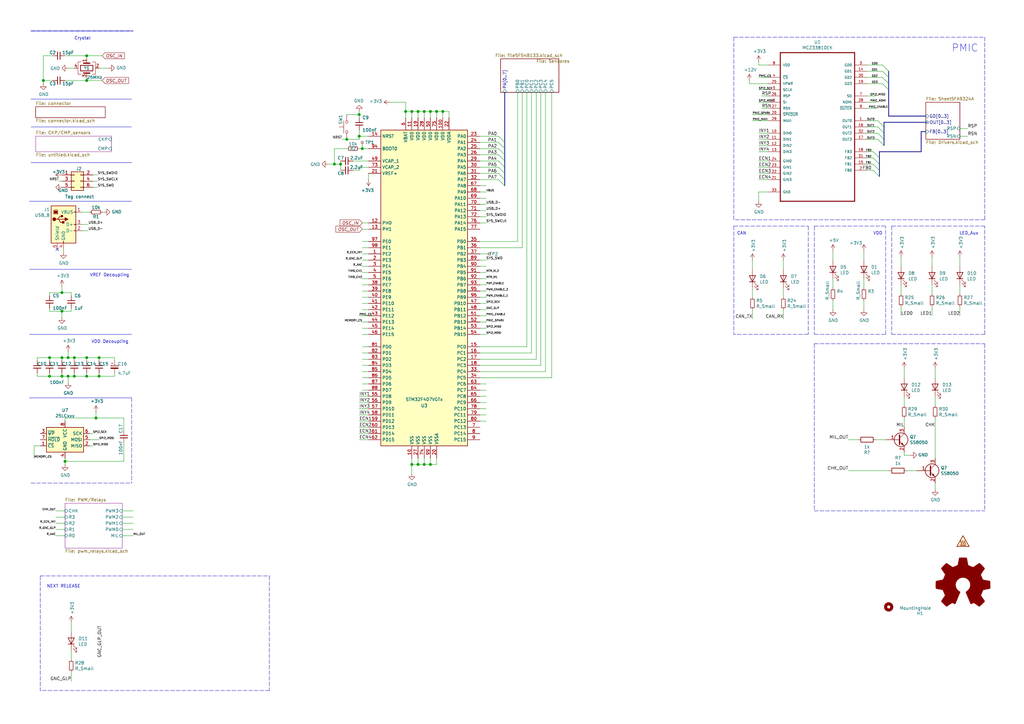
<source format=kicad_sch>
(kicad_sch (version 20201015) (generator eeschema)
  (page 1 6)
  (paper "A3")
  (junction (at 17.78 33.02) (diameter 1.016))
  (junction (at 20.32 146.685) (diameter 1.016))
  (junction (at 20.32 154.305) (diameter 1.016))
  (junction (at 25.4 120.015) (diameter 1.016))
  (junction (at 25.4 127.635) (diameter 1.016))
  (junction (at 25.4 146.685) (diameter 1.016))
  (junction (at 25.4 154.305) (diameter 1.016))
  (junction (at 26.67 189.23) (diameter 1.016))
  (junction (at 27.94 146.685) (diameter 1.016))
  (junction (at 27.94 154.305) (diameter 1.016))
  (junction (at 30.48 146.685) (diameter 1.016))
  (junction (at 30.48 154.305) (diameter 1.016))
  (junction (at 35.56 22.86) (diameter 1.016))
  (junction (at 35.56 33.02) (diameter 1.016))
  (junction (at 35.56 146.685) (diameter 1.016))
  (junction (at 35.56 154.305) (diameter 1.016))
  (junction (at 39.37 171.45) (diameter 1.016))
  (junction (at 40.64 146.685) (diameter 1.016))
  (junction (at 40.64 154.305) (diameter 1.016))
  (junction (at 137.16 67.31) (diameter 1.016))
  (junction (at 139.7 67.31) (diameter 1.016))
  (junction (at 142.24 57.15) (diameter 1.016))
  (junction (at 147.32 46.99) (diameter 1.016))
  (junction (at 147.32 55.88) (diameter 1.016))
  (junction (at 148.59 60.96) (diameter 1.016))
  (junction (at 166.37 45.72) (diameter 1.016))
  (junction (at 168.91 45.72) (diameter 1.016))
  (junction (at 168.91 190.5) (diameter 1.016))
  (junction (at 171.45 45.72) (diameter 1.016))
  (junction (at 171.45 190.5) (diameter 1.016))
  (junction (at 173.99 45.72) (diameter 1.016))
  (junction (at 173.99 190.5) (diameter 1.016))
  (junction (at 176.53 45.72) (diameter 1.016))
  (junction (at 176.53 190.5) (diameter 1.016))
  (junction (at 179.07 45.72) (diameter 1.016))
  (junction (at 181.61 45.72) (diameter 1.016))
  (no_connect (at 23.495 102.235))
  (bus_entry (at 204.47 55.88) (size 2.54 2.54) (stroke (width 0.1524)))
  (bus_entry (at 204.47 58.42) (size 2.54 2.54) (stroke (width 0.1524)))
  (bus_entry (at 204.47 60.96) (size 2.54 2.54) (stroke (width 0.1524)))
  (bus_entry (at 204.47 63.5) (size 2.54 2.54) (stroke (width 0.1524)))
  (bus_entry (at 204.47 66.04) (size 2.54 2.54) (stroke (width 0.1524)))
  (bus_entry (at 204.47 68.58) (size 2.54 2.54) (stroke (width 0.1524)))
  (bus_entry (at 204.47 71.12) (size 2.54 2.54) (stroke (width 0.1524)))
  (bus_entry (at 204.47 73.66) (size 2.54 2.54) (stroke (width 0.1524)))
  (bus_entry (at 358.14 62.23) (size 2.54 2.54) (stroke (width 0.1524)))
  (bus_entry (at 358.14 64.77) (size 2.54 2.54) (stroke (width 0.1524)))
  (bus_entry (at 358.14 67.31) (size 2.54 2.54) (stroke (width 0.1524)))
  (bus_entry (at 358.14 69.85) (size 2.54 2.54) (stroke (width 0.1524)))
  (bus_entry (at 360.045 49.53) (size 2.54 2.54) (stroke (width 0.1524)))
  (bus_entry (at 360.045 52.07) (size 2.54 2.54) (stroke (width 0.1524)))
  (bus_entry (at 360.045 54.61) (size 2.54 2.54) (stroke (width 0.1524)))
  (bus_entry (at 360.045 57.15) (size 2.54 2.54) (stroke (width 0.1524)))
  (bus_entry (at 361.95 26.67) (size 2.54 2.54) (stroke (width 0.1524)))
  (bus_entry (at 361.95 29.21) (size 2.54 2.54) (stroke (width 0.1524)))
  (bus_entry (at 361.95 31.75) (size 2.54 2.54) (stroke (width 0.1524)))
  (bus_entry (at 361.95 34.29) (size 2.54 2.54) (stroke (width 0.1524)))
  (wire (pts (xy 13.97 182.88) (xy 13.97 187.96)))
  (wire (pts (xy 13.97 182.88) (xy 16.51 182.88)))
  (wire (pts (xy 15.24 146.685) (xy 20.32 146.685)))
  (wire (pts (xy 15.24 147.955) (xy 15.24 146.685)))
  (wire (pts (xy 15.24 154.305) (xy 15.24 153.035)))
  (wire (pts (xy 17.78 22.86) (xy 17.78 33.02)))
  (wire (pts (xy 17.78 33.02) (xy 21.59 33.02)))
  (wire (pts (xy 17.78 34.29) (xy 17.78 33.02)))
  (wire (pts (xy 20.32 120.015) (xy 25.4 120.015)))
  (wire (pts (xy 20.32 121.285) (xy 20.32 120.015)))
  (wire (pts (xy 20.32 127.635) (xy 20.32 126.365)))
  (wire (pts (xy 20.32 146.685) (xy 25.4 146.685)))
  (wire (pts (xy 20.32 147.955) (xy 20.32 146.685)))
  (wire (pts (xy 20.32 153.035) (xy 20.32 154.305)))
  (wire (pts (xy 20.32 154.305) (xy 15.24 154.305)))
  (wire (pts (xy 21.59 22.86) (xy 17.78 22.86)))
  (wire (pts (xy 22.86 209.55) (xy 26.67 209.55)))
  (wire (pts (xy 22.86 212.09) (xy 26.67 212.09)))
  (wire (pts (xy 22.86 214.63) (xy 26.67 214.63)))
  (wire (pts (xy 22.86 217.17) (xy 26.67 217.17)))
  (wire (pts (xy 22.86 219.71) (xy 26.67 219.71)))
  (wire (pts (xy 24.13 74.295) (xy 25.4 74.295)))
  (wire (pts (xy 25.4 117.475) (xy 25.4 120.015)))
  (wire (pts (xy 25.4 120.015) (xy 29.21 120.015)))
  (wire (pts (xy 25.4 127.635) (xy 20.32 127.635)))
  (wire (pts (xy 25.4 130.175) (xy 25.4 127.635)))
  (wire (pts (xy 25.4 146.685) (xy 27.94 146.685)))
  (wire (pts (xy 25.4 147.955) (xy 25.4 146.685)))
  (wire (pts (xy 25.4 153.035) (xy 25.4 154.305)))
  (wire (pts (xy 25.4 154.305) (xy 20.32 154.305)))
  (wire (pts (xy 26.035 103.505) (xy 26.035 102.235)))
  (wire (pts (xy 26.67 22.86) (xy 35.56 22.86)))
  (wire (pts (xy 26.67 33.02) (xy 35.56 33.02)))
  (wire (pts (xy 26.67 171.45) (xy 39.37 171.45)))
  (wire (pts (xy 26.67 172.72) (xy 26.67 171.45)))
  (wire (pts (xy 26.67 187.96) (xy 26.67 189.23)))
  (wire (pts (xy 26.67 189.23) (xy 26.67 190.5)))
  (wire (pts (xy 27.94 27.94) (xy 30.48 27.94)))
  (wire (pts (xy 27.94 144.145) (xy 27.94 146.685)))
  (wire (pts (xy 27.94 146.685) (xy 30.48 146.685)))
  (wire (pts (xy 27.94 154.305) (xy 25.4 154.305)))
  (wire (pts (xy 27.94 156.845) (xy 27.94 154.305)))
  (wire (pts (xy 29.21 120.015) (xy 29.21 121.285)))
  (wire (pts (xy 29.21 126.365) (xy 29.21 127.635)))
  (wire (pts (xy 29.21 127.635) (xy 25.4 127.635)))
  (wire (pts (xy 29.21 255.27) (xy 29.21 259.08)))
  (wire (pts (xy 29.21 266.7) (xy 29.21 270.51)))
  (wire (pts (xy 29.21 275.59) (xy 29.21 279.4)))
  (wire (pts (xy 30.48 146.685) (xy 35.56 146.685)))
  (wire (pts (xy 30.48 147.955) (xy 30.48 146.685)))
  (wire (pts (xy 30.48 153.035) (xy 30.48 154.305)))
  (wire (pts (xy 30.48 154.305) (xy 27.94 154.305)))
  (wire (pts (xy 33.655 86.995) (xy 36.83 86.995)))
  (wire (pts (xy 33.655 94.615) (xy 36.195 94.615)))
  (wire (pts (xy 35.56 22.86) (xy 35.56 24.13)))
  (wire (pts (xy 35.56 33.02) (xy 35.56 31.75)))
  (wire (pts (xy 35.56 146.685) (xy 40.64 146.685)))
  (wire (pts (xy 35.56 147.955) (xy 35.56 146.685)))
  (wire (pts (xy 35.56 153.035) (xy 35.56 154.305)))
  (wire (pts (xy 35.56 154.305) (xy 30.48 154.305)))
  (wire (pts (xy 36.195 92.075) (xy 33.655 92.075)))
  (wire (pts (xy 36.83 177.8) (xy 38.1 177.8)))
  (wire (pts (xy 36.83 180.34) (xy 40.64 180.34)))
  (wire (pts (xy 36.83 182.88) (xy 38.1 182.88)))
  (wire (pts (xy 39.37 168.91) (xy 39.37 171.45)))
  (wire (pts (xy 39.37 171.45) (xy 50.8 171.45)))
  (wire (pts (xy 40.005 71.755) (xy 38.1 71.755)))
  (wire (pts (xy 40.005 74.295) (xy 38.1 74.295)))
  (wire (pts (xy 40.005 76.835) (xy 38.1 76.835)))
  (wire (pts (xy 40.64 146.685) (xy 40.64 147.955)))
  (wire (pts (xy 40.64 153.035) (xy 40.64 154.305)))
  (wire (pts (xy 40.64 154.305) (xy 35.56 154.305)))
  (wire (pts (xy 41.91 22.86) (xy 35.56 22.86)))
  (wire (pts (xy 41.91 33.02) (xy 35.56 33.02)))
  (wire (pts (xy 42.545 86.995) (xy 41.91 86.995)))
  (wire (pts (xy 44.45 27.94) (xy 40.64 27.94)))
  (wire (pts (xy 46.99 146.685) (xy 40.64 146.685)))
  (wire (pts (xy 46.99 147.955) (xy 46.99 146.685)))
  (wire (pts (xy 46.99 153.035) (xy 46.99 154.305)))
  (wire (pts (xy 46.99 154.305) (xy 40.64 154.305)))
  (wire (pts (xy 50.165 209.55) (xy 54.61 209.55)))
  (wire (pts (xy 50.165 212.09) (xy 54.61 212.09)))
  (wire (pts (xy 50.165 214.63) (xy 54.61 214.63)))
  (wire (pts (xy 50.165 217.17) (xy 54.61 217.17)))
  (wire (pts (xy 50.165 219.71) (xy 54.61 219.71)))
  (wire (pts (xy 50.8 171.45) (xy 50.8 176.53)))
  (wire (pts (xy 50.8 181.61) (xy 50.8 189.23)))
  (wire (pts (xy 50.8 189.23) (xy 26.67 189.23)))
  (wire (pts (xy 134.62 67.31) (xy 137.16 67.31)))
  (wire (pts (xy 137.16 60.96) (xy 137.16 67.31)))
  (wire (pts (xy 137.16 67.31) (xy 139.7 67.31)))
  (wire (pts (xy 139.7 67.31) (xy 139.7 66.04)))
  (wire (pts (xy 139.7 67.31) (xy 139.7 69.85)))
  (wire (pts (xy 142.24 57.15) (xy 140.335 57.15)))
  (wire (pts (xy 142.24 57.15) (xy 147.32 57.15)))
  (wire (pts (xy 142.24 60.96) (xy 137.16 60.96)))
  (wire (pts (xy 144.78 66.04) (xy 151.13 66.04)))
  (wire (pts (xy 144.78 69.85) (xy 147.32 69.85)))
  (wire (pts (xy 147.32 45.72) (xy 147.32 46.99)))
  (wire (pts (xy 147.32 46.99) (xy 142.24 46.99)))
  (wire (pts (xy 147.32 48.26) (xy 147.32 46.99)))
  (wire (pts (xy 147.32 55.88) (xy 147.32 53.34)))
  (wire (pts (xy 147.32 57.15) (xy 147.32 55.88)))
  (wire (pts (xy 147.32 60.96) (xy 148.59 60.96)))
  (wire (pts (xy 147.32 68.58) (xy 151.13 68.58)))
  (wire (pts (xy 147.32 69.85) (xy 147.32 68.58)))
  (wire (pts (xy 147.32 129.54) (xy 151.13 129.54)))
  (wire (pts (xy 147.32 162.56) (xy 151.13 162.56)))
  (wire (pts (xy 147.32 165.1) (xy 151.13 165.1)))
  (wire (pts (xy 147.32 167.64) (xy 151.13 167.64)))
  (wire (pts (xy 147.32 170.18) (xy 151.13 170.18)))
  (wire (pts (xy 147.32 172.72) (xy 151.13 172.72)))
  (wire (pts (xy 147.32 175.26) (xy 151.13 175.26)))
  (wire (pts (xy 147.32 177.8) (xy 151.13 177.8)))
  (wire (pts (xy 147.32 180.34) (xy 151.13 180.34)))
  (wire (pts (xy 148.59 58.42) (xy 148.59 60.96)))
  (wire (pts (xy 148.59 60.96) (xy 151.13 60.96)))
  (wire (pts (xy 148.59 91.44) (xy 151.13 91.44)))
  (wire (pts (xy 148.59 99.06) (xy 151.13 99.06)))
  (wire (pts (xy 148.59 104.14) (xy 151.13 104.14)))
  (wire (pts (xy 148.59 106.68) (xy 151.13 106.68)))
  (wire (pts (xy 148.59 111.76) (xy 151.13 111.76)))
  (wire (pts (xy 148.59 114.3) (xy 151.13 114.3)))
  (wire (pts (xy 148.59 116.84) (xy 151.13 116.84)))
  (wire (pts (xy 148.59 121.92) (xy 151.13 121.92)))
  (wire (pts (xy 148.59 127) (xy 151.13 127)))
  (wire (pts (xy 148.59 132.08) (xy 151.13 132.08)))
  (wire (pts (xy 148.59 137.16) (xy 151.13 137.16)))
  (wire (pts (xy 148.59 144.78) (xy 151.13 144.78)))
  (wire (pts (xy 148.59 149.86) (xy 151.13 149.86)))
  (wire (pts (xy 148.59 154.94) (xy 151.13 154.94)))
  (wire (pts (xy 148.59 160.02) (xy 151.13 160.02)))
  (wire (pts (xy 151.13 55.88) (xy 147.32 55.88)))
  (wire (pts (xy 151.13 73.66) (xy 151.13 71.12)))
  (wire (pts (xy 151.13 93.98) (xy 148.59 93.98)))
  (wire (pts (xy 151.13 101.6) (xy 148.59 101.6)))
  (wire (pts (xy 151.13 109.22) (xy 148.59 109.22)))
  (wire (pts (xy 151.13 119.38) (xy 148.59 119.38)))
  (wire (pts (xy 151.13 124.46) (xy 148.59 124.46)))
  (wire (pts (xy 151.13 134.62) (xy 148.59 134.62)))
  (wire (pts (xy 151.13 142.24) (xy 148.59 142.24)))
  (wire (pts (xy 151.13 147.32) (xy 148.59 147.32)))
  (wire (pts (xy 151.13 152.4) (xy 148.59 152.4)))
  (wire (pts (xy 151.13 157.48) (xy 148.59 157.48)))
  (wire (pts (xy 160.02 41.91) (xy 166.37 41.91)))
  (wire (pts (xy 166.37 41.91) (xy 166.37 45.72)))
  (wire (pts (xy 166.37 45.72) (xy 166.37 48.26)))
  (wire (pts (xy 166.37 45.72) (xy 168.91 45.72)))
  (wire (pts (xy 168.91 45.72) (xy 168.91 48.26)))
  (wire (pts (xy 168.91 190.5) (xy 168.91 187.96)))
  (wire (pts (xy 168.91 194.31) (xy 168.91 190.5)))
  (wire (pts (xy 171.45 45.72) (xy 168.91 45.72)))
  (wire (pts (xy 171.45 45.72) (xy 171.45 48.26)))
  (wire (pts (xy 171.45 187.96) (xy 171.45 190.5)))
  (wire (pts (xy 171.45 190.5) (xy 168.91 190.5)))
  (wire (pts (xy 173.99 45.72) (xy 171.45 45.72)))
  (wire (pts (xy 173.99 45.72) (xy 173.99 48.26)))
  (wire (pts (xy 173.99 187.96) (xy 173.99 190.5)))
  (wire (pts (xy 173.99 190.5) (xy 171.45 190.5)))
  (wire (pts (xy 176.53 45.72) (xy 173.99 45.72)))
  (wire (pts (xy 176.53 45.72) (xy 176.53 48.26)))
  (wire (pts (xy 176.53 187.96) (xy 176.53 190.5)))
  (wire (pts (xy 176.53 190.5) (xy 173.99 190.5)))
  (wire (pts (xy 176.53 190.5) (xy 179.07 190.5)))
  (wire (pts (xy 179.07 45.72) (xy 176.53 45.72)))
  (wire (pts (xy 179.07 45.72) (xy 179.07 48.26)))
  (wire (pts (xy 179.07 190.5) (xy 179.07 187.96)))
  (wire (pts (xy 181.61 45.72) (xy 179.07 45.72)))
  (wire (pts (xy 181.61 45.72) (xy 184.15 45.72)))
  (wire (pts (xy 181.61 48.26) (xy 181.61 45.72)))
  (wire (pts (xy 184.15 45.72) (xy 184.15 48.26)))
  (wire (pts (xy 196.85 55.88) (xy 204.47 55.88)))
  (wire (pts (xy 196.85 58.42) (xy 204.47 58.42)))
  (wire (pts (xy 196.85 60.96) (xy 204.47 60.96)))
  (wire (pts (xy 196.85 63.5) (xy 204.47 63.5)))
  (wire (pts (xy 196.85 66.04) (xy 204.47 66.04)))
  (wire (pts (xy 196.85 68.58) (xy 204.47 68.58)))
  (wire (pts (xy 196.85 71.12) (xy 204.47 71.12)))
  (wire (pts (xy 196.85 73.66) (xy 204.47 73.66)))
  (wire (pts (xy 196.85 76.2) (xy 199.39 76.2)))
  (wire (pts (xy 196.85 81.28) (xy 199.39 81.28)))
  (wire (pts (xy 196.85 86.36) (xy 199.39 86.36)))
  (wire (pts (xy 196.85 91.44) (xy 199.39 91.44)))
  (wire (pts (xy 196.85 99.06) (xy 212.2932 99.06)))
  (wire (pts (xy 196.85 101.6) (xy 214.1982 101.6)))
  (wire (pts (xy 196.85 106.68) (xy 199.39 106.68)))
  (wire (pts (xy 196.85 109.22) (xy 199.39 109.22)))
  (wire (pts (xy 196.85 116.84) (xy 199.39 116.84)))
  (wire (pts (xy 196.85 121.92) (xy 199.39 121.92)))
  (wire (pts (xy 196.85 127) (xy 199.39 127)))
  (wire (pts (xy 196.85 132.08) (xy 199.39 132.08)))
  (wire (pts (xy 196.85 137.16) (xy 199.39 137.16)))
  (wire (pts (xy 196.85 142.24) (xy 216.1032 142.24)))
  (wire (pts (xy 196.85 144.78) (xy 218.0082 144.78)))
  (wire (pts (xy 196.85 147.32) (xy 219.9132 147.32)))
  (wire (pts (xy 196.85 149.86) (xy 221.8182 149.86)))
  (wire (pts (xy 196.85 152.4) (xy 223.7232 152.4)))
  (wire (pts (xy 196.85 154.94) (xy 226.2632 154.94)))
  (wire (pts (xy 196.85 162.56) (xy 199.39 162.56)))
  (wire (pts (xy 196.85 170.18) (xy 199.39 170.18)))
  (wire (pts (xy 199.39 78.74) (xy 196.85 78.74)))
  (wire (pts (xy 199.39 83.82) (xy 196.85 83.82)))
  (wire (pts (xy 199.39 88.9) (xy 196.85 88.9)))
  (wire (pts (xy 199.39 111.76) (xy 196.85 111.76)))
  (wire (pts (xy 199.39 114.3) (xy 196.85 114.3)))
  (wire (pts (xy 199.39 119.38) (xy 196.85 119.38)))
  (wire (pts (xy 199.39 124.46) (xy 196.85 124.46)))
  (wire (pts (xy 199.39 129.54) (xy 196.85 129.54)))
  (wire (pts (xy 199.39 134.62) (xy 196.85 134.62)))
  (wire (pts (xy 199.39 157.48) (xy 196.85 157.48)))
  (wire (pts (xy 199.39 160.02) (xy 196.85 160.02)))
  (wire (pts (xy 199.39 165.1) (xy 196.85 165.1)))
  (wire (pts (xy 199.39 167.64) (xy 196.85 167.64)))
  (wire (pts (xy 199.39 172.72) (xy 196.85 172.72)))
  (wire (pts (xy 200.66 104.14) (xy 196.85 104.14)))
  (wire (pts (xy 212.2932 37.8968) (xy 212.2932 99.06)))
  (wire (pts (xy 214.1982 37.8968) (xy 214.1982 101.6)))
  (wire (pts (xy 216.1032 142.24) (xy 216.1032 37.8968)))
  (wire (pts (xy 218.0082 144.78) (xy 218.0082 37.8968)))
  (wire (pts (xy 219.9132 147.32) (xy 219.9132 37.8968)))
  (wire (pts (xy 221.8182 149.86) (xy 221.8182 37.8968)))
  (wire (pts (xy 223.7232 152.4) (xy 223.7232 37.8968)))
  (wire (pts (xy 226.2632 154.94) (xy 226.2632 37.8968)))
  (wire (pts (xy 307.34 33.02) (xy 307.34 34.29)))
  (wire (pts (xy 307.34 34.29) (xy 314.96 34.29)))
  (wire (pts (xy 308.61 46.99) (xy 314.96 46.99)))
  (wire (pts (xy 308.61 49.53) (xy 314.96 49.53)))
  (wire (pts (xy 308.61 106.68) (xy 308.61 110.49)))
  (wire (pts (xy 308.61 118.11) (xy 308.61 121.92)))
  (wire (pts (xy 308.61 127) (xy 308.61 130.81)))
  (wire (pts (xy 311.15 25.4) (xy 311.15 26.67)))
  (wire (pts (xy 311.15 26.67) (xy 314.96 26.67)))
  (wire (pts (xy 311.15 31.75) (xy 314.96 31.75)))
  (wire (pts (xy 311.15 36.83) (xy 314.96 36.83)))
  (wire (pts (xy 311.15 41.91) (xy 314.96 41.91)))
  (wire (pts (xy 311.15 54.61) (xy 314.96 54.61)))
  (wire (pts (xy 311.15 57.15) (xy 314.96 57.15)))
  (wire (pts (xy 311.15 59.69) (xy 314.96 59.69)))
  (wire (pts (xy 311.15 62.23) (xy 314.96 62.23)))
  (wire (pts (xy 311.15 66.04) (xy 314.96 66.04)))
  (wire (pts (xy 311.15 68.58) (xy 314.96 68.58)))
  (wire (pts (xy 311.15 71.12) (xy 314.96 71.12)))
  (wire (pts (xy 311.15 73.66) (xy 314.96 73.66)))
  (wire (pts (xy 311.15 78.74) (xy 314.96 78.74)))
  (wire (pts (xy 311.15 82.55) (xy 311.15 78.74)))
  (wire (pts (xy 312.42 39.37) (xy 314.96 39.37)))
  (wire (pts (xy 312.42 44.45) (xy 314.96 44.45)))
  (wire (pts (xy 321.31 106.68) (xy 321.31 110.49)))
  (wire (pts (xy 321.31 118.11) (xy 321.31 121.92)))
  (wire (pts (xy 321.31 127) (xy 321.31 130.81)))
  (wire (pts (xy 341.63 102.87) (xy 341.63 106.68)))
  (wire (pts (xy 341.63 114.3) (xy 341.63 118.11)))
  (wire (pts (xy 341.63 123.19) (xy 341.63 127)))
  (wire (pts (xy 347.98 180.34) (xy 351.79 180.34)))
  (wire (pts (xy 347.98 193.04) (xy 364.49 193.04)))
  (wire (pts (xy 354.33 102.87) (xy 354.33 106.68)))
  (wire (pts (xy 354.33 114.3) (xy 354.33 118.11)))
  (wire (pts (xy 354.33 123.19) (xy 354.33 127)))
  (wire (pts (xy 355.6 26.67) (xy 361.95 26.67)))
  (wire (pts (xy 355.6 29.21) (xy 361.95 29.21)))
  (wire (pts (xy 355.6 31.75) (xy 361.95 31.75)))
  (wire (pts (xy 355.6 34.29) (xy 361.95 34.29)))
  (wire (pts (xy 355.6 39.37) (xy 359.41 39.37)))
  (wire (pts (xy 355.6 41.91) (xy 359.41 41.91)))
  (wire (pts (xy 355.6 44.45) (xy 359.41 44.45)))
  (wire (pts (xy 355.6 49.53) (xy 360.045 49.53)))
  (wire (pts (xy 355.6 52.07) (xy 360.045 52.07)))
  (wire (pts (xy 355.6 54.61) (xy 360.045 54.61)))
  (wire (pts (xy 355.6 57.15) (xy 360.045 57.15)))
  (wire (pts (xy 355.6 62.23) (xy 358.14 62.23)))
  (wire (pts (xy 355.6 64.77) (xy 358.14 64.77)))
  (wire (pts (xy 355.6 67.31) (xy 358.14 67.31)))
  (wire (pts (xy 355.6 69.85) (xy 358.14 69.85)))
  (wire (pts (xy 359.41 180.34) (xy 363.22 180.34)))
  (wire (pts (xy 369.57 105.41) (xy 369.57 109.22)))
  (wire (pts (xy 369.57 116.84) (xy 369.57 120.65)))
  (wire (pts (xy 369.57 125.73) (xy 369.57 129.54)))
  (wire (pts (xy 370.84 151.13) (xy 370.84 154.94)))
  (wire (pts (xy 370.84 162.56) (xy 370.84 166.37)))
  (wire (pts (xy 370.84 171.45) (xy 370.84 175.26)))
  (wire (pts (xy 370.84 185.42) (xy 370.84 186.69)))
  (wire (pts (xy 370.84 186.69) (xy 373.38 186.69)))
  (wire (pts (xy 372.11 193.04) (xy 375.92 193.04)))
  (wire (pts (xy 382.27 105.41) (xy 382.27 109.22)))
  (wire (pts (xy 382.27 116.84) (xy 382.27 120.65)))
  (wire (pts (xy 382.27 125.73) (xy 382.27 129.54)))
  (wire (pts (xy 383.54 151.13) (xy 383.54 154.94)))
  (wire (pts (xy 383.54 162.56) (xy 383.54 166.37)))
  (wire (pts (xy 383.54 171.45) (xy 383.54 187.96)))
  (wire (pts (xy 383.54 198.12) (xy 383.54 200.66)))
  (wire (pts (xy 393.7 52.705) (xy 396.875 52.705)))
  (wire (pts (xy 393.7 55.88) (xy 396.875 55.88)))
  (wire (pts (xy 393.7 105.41) (xy 393.7 109.22)))
  (wire (pts (xy 393.7 116.84) (xy 393.7 120.65)))
  (wire (pts (xy 393.7 125.73) (xy 393.7 129.54)))
  (bus (pts (xy 207.01 37.846) (xy 207.01 58.42)))
  (bus (pts (xy 207.01 58.42) (xy 207.01 60.96)))
  (bus (pts (xy 207.01 60.96) (xy 207.01 63.5)))
  (bus (pts (xy 207.01 63.5) (xy 207.01 66.04)))
  (bus (pts (xy 207.01 66.04) (xy 207.01 68.58)))
  (bus (pts (xy 207.01 68.58) (xy 207.01 71.12)))
  (bus (pts (xy 207.01 71.12) (xy 207.01 73.66)))
  (bus (pts (xy 207.01 73.66) (xy 207.01 76.2)))
  (bus (pts (xy 360.68 62.23) (xy 377.825 62.23)))
  (bus (pts (xy 360.68 64.77) (xy 360.68 62.23)))
  (bus (pts (xy 360.68 64.77) (xy 360.68 67.31)))
  (bus (pts (xy 360.68 67.31) (xy 360.68 69.85)))
  (bus (pts (xy 360.68 69.85) (xy 360.68 72.39)))
  (bus (pts (xy 362.585 50.165) (xy 362.585 52.07)))
  (bus (pts (xy 362.585 52.07) (xy 362.585 54.61)))
  (bus (pts (xy 362.585 54.61) (xy 362.585 57.15)))
  (bus (pts (xy 362.585 57.15) (xy 362.585 59.69)))
  (bus (pts (xy 364.49 29.21) (xy 364.49 31.75)))
  (bus (pts (xy 364.49 31.75) (xy 364.49 34.29)))
  (bus (pts (xy 364.49 34.29) (xy 364.49 36.83)))
  (bus (pts (xy 364.49 47.625) (xy 364.49 36.83)))
  (bus (pts (xy 377.825 53.975) (xy 379.73 53.975)))
  (bus (pts (xy 377.825 62.23) (xy 377.825 53.975)))
  (bus (pts (xy 379.73 47.625) (xy 364.49 47.625)))
  (bus (pts (xy 380.365 50.165) (xy 362.585 50.165)))
  (polyline (pts (xy 12.7 12.7) (xy 54.61 12.7)) (stroke (width 0) (type solid)))
  (polyline (pts (xy 12.7 12.7) (xy 54.61 12.7)) (stroke (width 0) (type dash)))
  (polyline (pts (xy 12.7 198.12) (xy 53.975 198.12)) (stroke (width 0) (type dash)))
  (polyline (pts (xy 16.51 236.22) (xy 16.51 283.21)) (stroke (width 0) (type dash)))
  (polyline (pts (xy 16.51 236.22) (xy 110.49 236.22)) (stroke (width 0) (type dash)))
  (polyline (pts (xy 53.975 40.64) (xy 12.7 40.64)) (stroke (width 0) (type solid)))
  (polyline (pts (xy 53.975 52.07) (xy 12.7 52.07)) (stroke (width 0) (type solid)))
  (polyline (pts (xy 53.975 66.675) (xy 12.7 66.675)) (stroke (width 0) (type solid)))
  (polyline (pts (xy 53.975 82.55) (xy 12.065 82.55)) (stroke (width 0) (type solid)))
  (polyline (pts (xy 53.975 110.49) (xy 12.065 110.49)) (stroke (width 0) (type solid)))
  (polyline (pts (xy 53.975 137.16) (xy 12.065 137.16)) (stroke (width 0) (type solid)))
  (polyline (pts (xy 53.975 163.195) (xy 12.065 163.195)) (stroke (width 0) (type solid)))
  (polyline (pts (xy 53.975 163.195) (xy 53.975 198.12)) (stroke (width 0) (type dash)))
  (polyline (pts (xy 110.49 236.22) (xy 110.49 283.21)) (stroke (width 0) (type dash)))
  (polyline (pts (xy 110.49 283.21) (xy 16.51 283.21)) (stroke (width 0) (type dash)))
  (polyline (pts (xy 300.99 15.24) (xy 300.99 90.17)) (stroke (width 0) (type dash)))
  (polyline (pts (xy 300.99 15.24) (xy 403.86 15.24)) (stroke (width 0) (type dash)))
  (polyline (pts (xy 300.99 92.71) (xy 300.99 137.16)) (stroke (width 0) (type dash)))
  (polyline (pts (xy 300.99 92.71) (xy 331.47 92.71)) (stroke (width 0) (type dash)))
  (polyline (pts (xy 331.47 92.71) (xy 331.47 137.16)) (stroke (width 0) (type dash)))
  (polyline (pts (xy 331.47 137.16) (xy 300.99 137.16)) (stroke (width 0) (type dash)))
  (polyline (pts (xy 334.01 92.71) (xy 334.01 137.16)) (stroke (width 0) (type dash)))
  (polyline (pts (xy 334.01 92.71) (xy 363.22 92.71)) (stroke (width 0) (type dash)))
  (polyline (pts (xy 334.01 137.16) (xy 363.22 137.16)) (stroke (width 0) (type dash)))
  (polyline (pts (xy 334.01 140.97) (xy 334.01 209.55)) (stroke (width 0) (type dash)))
  (polyline (pts (xy 334.01 140.97) (xy 403.86 140.97)) (stroke (width 0) (type dash)))
  (polyline (pts (xy 334.01 209.55) (xy 403.86 209.55)) (stroke (width 0) (type dash)))
  (polyline (pts (xy 363.22 137.16) (xy 363.22 92.71)) (stroke (width 0) (type dash)))
  (polyline (pts (xy 365.76 92.71) (xy 365.76 137.16)) (stroke (width 0) (type dash)))
  (polyline (pts (xy 365.76 92.71) (xy 403.86 92.71)) (stroke (width 0) (type dash)))
  (polyline (pts (xy 365.76 137.16) (xy 403.86 137.16)) (stroke (width 0) (type dash)))
  (polyline (pts (xy 403.86 15.24) (xy 403.86 90.17)) (stroke (width 0) (type dash)))
  (polyline (pts (xy 403.86 90.17) (xy 300.99 90.17)) (stroke (width 0) (type dash)))
  (polyline (pts (xy 403.86 137.16) (xy 403.86 92.71)) (stroke (width 0) (type dash)))
  (polyline (pts (xy 403.86 140.97) (xy 403.86 209.55)) (stroke (width 0) (type dash)))
  (text "Crystal" (at 30.48 16.51 0) (effects (font (size 1.27 1.27)) (justify left bottom)))
  (text "NEXT RELEASE\n" (at 33.02 241.3 180) (effects (font (size 1.27 1.27)) (justify right bottom)))
  (text "VREF Decoupling" (at 36.83 113.665 0) (effects (font (size 1.27 1.27)) (justify left bottom)))
  (text "VDD Decoupling" (at 37.465 140.97 0) (effects (font (size 1.27 1.27)) (justify left bottom)))
  (text "CAN" (at 302.26 96.52 0) (effects (font (size 1.27 1.27)) (justify left bottom)))
  (text "VDD" (at 361.95 96.52 180) (effects (font (size 1.27 1.27)) (justify right bottom)))
  (text "PMIC\n" (at 401.32 21.59 180) (effects (font (size 3 3)) (justify right bottom)))
  (text "LED_Aux" (at 401.32 96.52 180) (effects (font (size 1.27 1.27)) (justify right bottom)))
  (label "MEMORY_CS" (at 13.97 187.96 0) (effects (font (size 0.8 0.8))))
  (label "CHK_OUT" (at 22.86 209.55 180) (effects (font (size 0.8 0.8))))
  (label "R_ECN_INY" (at 22.86 214.63 180) (effects (font (size 0.8 0.8))))
  (label "R_GNC_GLP" (at 22.86 217.17 180) (effects (font (size 0.8 0.8))))
  (label "R_AAC" (at 22.86 219.71 180) (effects (font (size 0.8 0.8))))
  (label "NRST" (at 24.13 74.295 180) (effects (font (size 0.9906 0.9906))))
  (label "GNC_GLP" (at 29.21 279.4 180))
  (label "USB_D+" (at 36.195 92.075 0) (effects (font (size 0.9906 0.9906))))
  (label "USB_D-" (at 36.195 94.615 0) (effects (font (size 0.9906 0.9906))))
  (label "SPI2_SCK" (at 38.1 177.8 0) (effects (font (size 0.7874 0.7874))))
  (label "SPI2_MISO" (at 38.1 182.88 0) (effects (font (size 0.7874 0.7874))))
  (label "SYS_SWDIO" (at 40.005 71.755 0) (effects (font (size 0.9906 0.9906))))
  (label "SYS_SWCLK" (at 40.005 74.295 0) (effects (font (size 0.9906 0.9906))))
  (label "SYS_SWO" (at 40.005 76.835 0) (effects (font (size 0.9906 0.9906))))
  (label "SPI2_MOSI" (at 40.64 180.34 0) (effects (font (size 0.7874 0.7874))))
  (label "GNC_GLP_OUT" (at 41.91 256.54 270))
  (label "MIL_OUT" (at 54.61 219.71 0) (effects (font (size 0.8 0.8))))
  (label "NRST" (at 140.335 57.15 180) (effects (font (size 0.9906 0.9906))))
  (label "PMIC_CS" (at 147.32 129.54 0) (effects (font (size 0.7874 0.7874))))
  (label "INY1" (at 147.32 162.56 0))
  (label "INY2" (at 147.32 165.1 0))
  (label "INY3" (at 147.32 167.64 0))
  (label "INY4" (at 147.32 170.18 0))
  (label "ECN1" (at 147.32 172.72 0))
  (label "ECN2" (at 147.32 175.26 0))
  (label "ECN3" (at 147.32 177.8 0))
  (label "ECN4" (at 147.32 180.34 0))
  (label "R_ECN_INY" (at 148.59 104.14 180) (effects (font (size 0.8 0.8))))
  (label "R_GNC_GLP" (at 148.59 106.68 180) (effects (font (size 0.8 0.8))))
  (label "R_AAC" (at 148.59 109.22 180) (effects (font (size 0.8 0.8))))
  (label "TIM9_CH1" (at 148.59 111.76 180) (effects (font (size 0.8 0.8))))
  (label "TIM9_CH2" (at 148.59 114.3 180) (effects (font (size 0.8 0.8))))
  (label "MEMORY_CS" (at 148.59 132.08 180) (effects (font (size 0.8 0.8))))
  (label "VBUS" (at 199.39 78.74 0) (effects (font (size 0.8 0.8))))
  (label "USB_D-" (at 199.39 83.82 0) (effects (font (size 0.9906 0.9906))))
  (label "USB_D+" (at 199.39 86.36 0) (effects (font (size 0.9906 0.9906))))
  (label "SYS_SWDIO" (at 199.39 88.9 0) (effects (font (size 0.9906 0.9906))))
  (label "SYS_SWCLK" (at 199.39 91.44 0) (effects (font (size 0.9906 0.9906))))
  (label "SYS_SWO" (at 199.39 106.68 0) (effects (font (size 0.9906 0.9906))))
  (label "MTR_M_2" (at 199.39 111.76 0) (effects (font (size 0.7874 0.7874))))
  (label "MTR_M1" (at 199.39 114.3 0) (effects (font (size 0.7874 0.7874))))
  (label "PAP_ENABLE" (at 199.39 116.84 0) (effects (font (size 0.7874 0.7874))))
  (label "PWM_ENABLE_2" (at 199.39 119.38 0) (effects (font (size 0.7874 0.7874))))
  (label "PWM_ENABLE_1" (at 199.39 121.92 0) (effects (font (size 0.7874 0.7874))))
  (label "SPI2_SCK" (at 199.39 124.46 0) (effects (font (size 0.7874 0.7874))))
  (label "GNC_GLP" (at 199.39 127 0) (effects (font (size 0.7874 0.7874))))
  (label "PMIC_ENABLE" (at 199.39 129.54 0) (effects (font (size 0.7874 0.7874))))
  (label "PMIC_SPARK" (at 199.39 132.08 0) (effects (font (size 0.7874 0.7874))))
  (label "SPI2_MISO" (at 199.39 134.62 0) (effects (font (size 0.7874 0.7874))))
  (label "SPI2_MOSI" (at 199.39 137.16 0) (effects (font (size 0.7874 0.7874))))
  (label "PA0" (at 203.835 55.88 180))
  (label "PA1" (at 203.835 58.42 180))
  (label "PA2" (at 203.835 60.96 180))
  (label "PA3" (at 203.835 63.5 180))
  (label "PA4" (at 203.835 66.04 180))
  (label "PA5" (at 203.835 68.58 180))
  (label "PA6" (at 203.835 71.12 180))
  (label "PA7" (at 203.835 73.66 180))
  (label "PMIC_SPARK" (at 308.61 46.99 0) (effects (font (size 0.7874 0.7874))))
  (label "PMIC_MAXI" (at 308.61 49.53 0) (effects (font (size 0.7874 0.7874))))
  (label "CAN_TX" (at 308.61 130.81 180))
  (label "PMIC_CS" (at 311.15 31.75 0) (effects (font (size 0.7874 0.7874))))
  (label "SPI2_SCK" (at 311.15 36.83 0) (effects (font (size 0.7874 0.7874))))
  (label "SPI2_MOSI" (at 311.15 41.91 0) (effects (font (size 0.7874 0.7874))))
  (label "INY1" (at 311.15 54.61 0))
  (label "INY2" (at 311.15 57.15 0))
  (label "INY3" (at 311.15 59.69 0))
  (label "INY4" (at 311.15 62.23 0))
  (label "ECN1" (at 311.15 66.04 0))
  (label "ECN2" (at 311.15 68.58 0))
  (label "ECN3" (at 311.15 71.12 0))
  (label "ECN4" (at 311.15 73.66 0))
  (label "RSP" (at 312.42 39.37 0))
  (label "RSN" (at 312.42 44.45 0))
  (label "CAN_RX" (at 321.31 130.81 180))
  (label "MIL_OUT" (at 347.98 180.34 180))
  (label "CHK_OUT" (at 347.98 193.04 180))
  (label "PMIC_ENABLE" (at 356.235 44.45 0) (effects (font (size 0.7874 0.7874))))
  (label "SPI2_MISO" (at 356.87 39.37 0) (effects (font (size 0.7874 0.7874))))
  (label "PMIC_NOMI" (at 356.87 41.91 0) (effects (font (size 0.7874 0.7874))))
  (label "FB3" (at 357.505 62.23 180) (effects (font (size 0.8 0.8))))
  (label "FB2" (at 357.505 64.77 180) (effects (font (size 0.8 0.8))))
  (label "FB1" (at 357.505 67.31 180) (effects (font (size 0.8 0.8))))
  (label "FB0" (at 357.505 69.85 180))
  (label "OUT0" (at 358.775 49.53 180) (effects (font (size 0.8 0.8))))
  (label "OUT1" (at 358.775 52.07 180) (effects (font (size 0.8 0.8))))
  (label "OUT2" (at 358.775 54.61 180) (effects (font (size 0.8 0.8))))
  (label "OUT3" (at 358.775 57.15 180) (effects (font (size 0.8 0.8))))
  (label "GD0" (at 360.045 26.67 180) (effects (font (size 0.8 0.8))))
  (label "GD1" (at 360.045 29.21 180) (effects (font (size 0.8 0.8))))
  (label "GD2" (at 360.045 31.75 180) (effects (font (size 0.8 0.8))))
  (label "GD3" (at 360.045 34.29 180) (effects (font (size 0.8 0.8))))
  (label "LED0" (at 369.57 129.54 0))
  (label "MIL" (at 370.84 175.26 180))
  (label "LED1" (at 382.27 129.54 180))
  (label "CHK" (at 383.54 175.26 180))
  (label "LED2" (at 393.7 129.54 180))
  (label "RSP" (at 396.875 52.705 0))
  (label "RSN" (at 396.875 55.88 0))
  (global_label "OSC_IN" (shape input) (at 41.91 22.86 0) (effects (font italic)))
  (global_label "OSC_OUT" (shape input) (at 41.91 33.02 0) (effects (font italic)))
  (global_label "OSC_IN" (shape input) (at 148.59 91.44 180) (effects (font italic)))
  (global_label "OSC_OUT" (shape input) (at 148.59 93.98 180) (effects (font italic)))
  (symbol (lib_id "Connector:TestPoint_Small") (at 148.59 58.42 0) (unit 1)
    (property "Reference" "TP1" (at 149.8092 58.42 0) (effects (justify left)))
    (property "Value" "BOOT0" (effects hide))
    (property "Footprint" "TestPoint:TestPoint_Pad_D2.0mm" (effects hide))
  )
  (symbol (lib_id "Connector:TestPoint_Small") (at 200.66 104.14 0) (unit 1)
    (property "Reference" "TP2" (at 200.66 104.14 0) (effects (justify left)))
    (property "Value" "BOOT1" (effects hide))
    (property "Footprint" "TestPoint:TestPoint_Pad_D2.0mm" (effects hide))
  )
  (symbol (lib_id "power:+3V3") (at 25.4 71.755 90) (unit 1)
    (property "Reference" "#PWR0119" (effects hide))
    (property "Value" "+3V3" (at 26.67 70.485 90) (effects (justify left)))
  )
  (symbol (lib_id "power:+3V3") (at 25.4 117.475 0) (unit 1)
    (property "Reference" "#PWR0109" (effects hide))
    (property "Value" "+3V3" (at 25.781 113.0808 0))
  )
  (symbol (lib_id "power:+3V3") (at 27.94 144.145 0) (unit 1)
    (property "Reference" "#PWR0108" (effects hide))
    (property "Value" "+3V3" (at 28.321 139.7508 0))
  )
  (symbol (lib_id "power:+3V3") (at 29.21 255.27 0) (unit 1)
    (property "Reference" "#PWR034" (effects hide))
    (property "Value" "+3V3" (at 29.591 252.0188 90) (effects (justify left)))
  )
  (symbol (lib_id "power:+3V3") (at 39.37 168.91 0) (unit 1)
    (property "Reference" "#PWR036" (effects hide))
    (property "Value" "+3V3" (at 39.751 164.5158 0))
  )
  (symbol (lib_id "power:+3V3") (at 151.13 73.66 180) (unit 1)
    (property "Reference" "#PWR0113" (effects hide))
    (property "Value" "+3V3" (at 150.749 78.0542 0))
  )
  (symbol (lib_id "power:+3V3") (at 160.02 41.91 90) (unit 1)
    (property "Reference" "#PWR0115" (effects hide))
    (property "Value" "+3V3" (at 156.7688 41.529 90) (effects (justify left)))
  )
  (symbol (lib_id "power:+12V") (at 307.34 33.02 0) (unit 1)
    (property "Reference" "#PWR0102" (effects hide))
    (property "Value" "+12V" (at 307.721 28.6258 0))
  )
  (symbol (lib_id "power:+3V3") (at 308.61 106.68 0) (unit 1)
    (property "Reference" "#PWR0140" (effects hide))
    (property "Value" "+3V3" (at 308.991 103.4288 90) (effects (justify left)))
  )
  (symbol (lib_id "power:+3.3V") (at 311.15 25.4 0) (unit 1)
    (property "Reference" "#PWR0123" (effects hide))
    (property "Value" "+3.3V" (at 311.531 21.0058 0))
  )
  (symbol (lib_id "power:+3V3") (at 321.31 106.68 0) (unit 1)
    (property "Reference" "#PWR0141" (effects hide))
    (property "Value" "+3V3" (at 321.691 103.4288 90) (effects (justify left)))
  )
  (symbol (lib_id "power:+5V") (at 341.63 102.87 0) (unit 1)
    (property "Reference" "#PWR020" (effects hide))
    (property "Value" "+5V" (at 341.9983 98.5456 0))
  )
  (symbol (lib_id "power:+3V3") (at 354.33 102.87 0) (unit 1)
    (property "Reference" "#PWR09" (effects hide))
    (property "Value" "+3V3" (at 348.361 99.6188 0) (effects (justify left)))
  )
  (symbol (lib_id "power:+3V3") (at 369.57 105.41 0) (unit 1)
    (property "Reference" "#PWR030" (effects hide))
    (property "Value" "+3V3" (at 369.951 102.1588 90) (effects (justify left)))
  )
  (symbol (lib_id "power:+3V3") (at 370.84 151.13 0) (unit 1)
    (property "Reference" "#PWR0142" (effects hide))
    (property "Value" "+3V3" (at 371.221 147.8788 90) (effects (justify left)))
  )
  (symbol (lib_id "power:+3V3") (at 382.27 105.41 0) (unit 1)
    (property "Reference" "#PWR031" (effects hide))
    (property "Value" "+3V3" (at 382.651 102.1588 90) (effects (justify left)))
  )
  (symbol (lib_id "power:+3V3") (at 383.54 151.13 0) (unit 1)
    (property "Reference" "#PWR0145" (effects hide))
    (property "Value" "+3V3" (at 383.921 147.8788 90) (effects (justify left)))
  )
  (symbol (lib_id "power:+3V3") (at 393.7 105.41 0) (unit 1)
    (property "Reference" "#PWR033" (effects hide))
    (property "Value" "+3V3" (at 394.081 102.1588 90) (effects (justify left)))
  )
  (symbol (lib_id "power:GND") (at 17.78 34.29 0) (unit 1)
    (property "Reference" "#PWR0107" (effects hide))
    (property "Value" "GND" (at 17.907 38.6842 0))
  )
  (symbol (lib_id "power:GND") (at 25.4 76.835 270) (unit 1)
    (property "Reference" "#PWR0120" (effects hide))
    (property "Value" "GND" (at 27.94 78.105 90) (effects (justify right)))
  )
  (symbol (lib_id "power:GND") (at 25.4 130.175 0) (unit 1)
    (property "Reference" "#PWR0110" (effects hide))
    (property "Value" "GND" (at 25.527 134.5692 0))
  )
  (symbol (lib_id "power:GND") (at 26.035 103.505 0) (unit 1)
    (property "Reference" "#PWR0118" (effects hide))
    (property "Value" "GND" (at 26.162 107.8992 0))
  )
  (symbol (lib_id "power:GND") (at 26.67 190.5 0) (unit 1)
    (property "Reference" "#PWR035" (effects hide))
    (property "Value" "GND" (at 26.797 194.8942 0))
  )
  (symbol (lib_id "power:GND") (at 27.94 27.94 270) (unit 1)
    (property "Reference" "#PWR0106" (effects hide))
    (property "Value" "GND" (at 24.6888 28.067 90) (effects (justify right)))
  )
  (symbol (lib_id "power:GND") (at 27.94 156.845 0) (unit 1)
    (property "Reference" "#PWR0111" (effects hide))
    (property "Value" "GND" (at 28.067 161.2392 0))
  )
  (symbol (lib_id "power:GND") (at 42.545 86.995 90) (unit 1)
    (property "Reference" "#PWR0117" (effects hide))
    (property "Value" "GND" (at 45.7962 86.868 90) (effects (justify right)))
  )
  (symbol (lib_id "power:GND") (at 44.45 27.94 90) (unit 1)
    (property "Reference" "#PWR0105" (effects hide))
    (property "Value" "GND" (at 47.7012 27.813 90) (effects (justify right)))
  )
  (symbol (lib_id "power:GND") (at 134.62 67.31 270) (unit 1)
    (property "Reference" "#PWR0116" (effects hide))
    (property "Value" "GND" (at 131.3688 67.437 90) (effects (justify right)))
  )
  (symbol (lib_id "power:GND") (at 147.32 45.72 180) (unit 1)
    (property "Reference" "#PWR0112" (effects hide))
    (property "Value" "GND" (at 147.193 41.3258 0))
  )
  (symbol (lib_id "power:GND") (at 168.91 194.31 0) (unit 1)
    (property "Reference" "#PWR0114" (effects hide))
    (property "Value" "GND" (at 169.037 198.7042 0))
  )
  (symbol (lib_id "power:GND") (at 311.15 82.55 0) (unit 1)
    (property "Reference" "#PWR0101" (effects hide))
    (property "Value" "GND" (at 311.277 86.9442 0))
  )
  (symbol (lib_id "power:GND") (at 341.63 127 0) (unit 1)
    (property "Reference" "#PWR029" (effects hide))
    (property "Value" "GND" (at 341.757 131.3942 0))
  )
  (symbol (lib_id "power:GND") (at 354.33 127 0) (unit 1)
    (property "Reference" "#PWR019" (effects hide))
    (property "Value" "GND" (at 354.457 131.3942 0))
  )
  (symbol (lib_id "power:GND") (at 373.38 186.69 90) (unit 1)
    (property "Reference" "#PWR?" (effects hide))
    (property "Value" "GND" (at 376.5551 186.5757 90) (effects (justify right)))
  )
  (symbol (lib_id "power:GND") (at 383.54 200.66 0) (unit 1)
    (property "Reference" "#PWR?" (effects hide))
    (property "Value" "GND" (at 383.6543 204.9844 0))
  )
  (symbol (lib_id "Device:R_Small") (at 29.21 273.05 0) (unit 1)
    (property "Reference" "R28" (at 30.7087 271.9006 0) (effects (justify left)))
    (property "Value" "R_Small" (at 30.7087 274.1993 0) (effects (justify left)))
    (property "Footprint" "Resistor_SMD:R_0603_1608Metric" (effects hide))
  )
  (symbol (lib_id "Device:R_Small") (at 39.37 86.995 270) (unit 1)
    (property "Reference" "R1" (at 39.37 88.9 90))
    (property "Value" "10k" (at 39.37 85.09 90))
    (property "Footprint" "Resistor_SMD:R_0603_1608Metric" (effects hide))
    (property "LCSC" "C25804" (effects hide))
  )
  (symbol (lib_id "Device:R_Small") (at 144.78 60.96 270) (unit 1)
    (property "Reference" "R2" (at 144.78 60.96 90))
    (property "Value" "10k" (at 144.78 59.055 90))
    (property "Footprint" "Resistor_SMD:R_0603_1608Metric" (effects hide))
  )
  (symbol (lib_id "Device:R_Small") (at 308.61 124.46 0) (unit 1)
    (property "Reference" "R5" (at 310.1087 123.3106 0) (effects (justify left)))
    (property "Value" "R_Small" (at 310.1087 125.6093 0) (effects (justify left)))
    (property "Footprint" "Resistor_SMD:R_0603_1608Metric" (effects hide))
  )
  (symbol (lib_id "Device:R_Small") (at 321.31 124.46 0) (unit 1)
    (property "Reference" "R24" (at 322.8087 123.3106 0) (effects (justify left)))
    (property "Value" "R_Small" (at 322.8087 125.6093 0) (effects (justify left)))
    (property "Footprint" "Resistor_SMD:R_0603_1608Metric" (effects hide))
  )
  (symbol (lib_id "Device:R_Small") (at 341.63 120.65 0) (unit 1)
    (property "Reference" "R4" (at 343.1287 119.5006 0) (effects (justify left)))
    (property "Value" "R_Small" (at 339.3187 123.0693 90) (effects (justify left)))
    (property "Footprint" "Resistor_SMD:R_0603_1608Metric" (effects hide))
  )
  (symbol (lib_id "Device:R_Small") (at 354.33 120.65 0) (unit 1)
    (property "Reference" "R3" (at 355.8287 119.5006 0) (effects (justify left)))
    (property "Value" "R_Small" (at 352.0187 123.0693 90) (effects (justify left)))
    (property "Footprint" "Resistor_SMD:R_0603_1608Metric" (effects hide))
  )
  (symbol (lib_id "Device:R_Small") (at 369.57 123.19 0) (unit 1)
    (property "Reference" "R25" (at 371.0687 122.0406 0) (effects (justify left)))
    (property "Value" "R_Small" (at 371.0687 124.3393 0) (effects (justify left)))
    (property "Footprint" "Resistor_SMD:R_0603_1608Metric" (effects hide))
  )
  (symbol (lib_id "Device:R_Small") (at 370.84 168.91 0) (unit 1)
    (property "Reference" "R29" (at 372.3387 167.7606 0) (effects (justify left)))
    (property "Value" "R_Small" (at 372.3387 170.0593 0) (effects (justify left)))
    (property "Footprint" "Resistor_SMD:R_0603_1608Metric" (effects hide))
  )
  (symbol (lib_id "Device:R_Small") (at 382.27 123.19 0) (unit 1)
    (property "Reference" "R26" (at 383.7687 122.0406 0) (effects (justify left)))
    (property "Value" "R_Small" (at 383.7687 124.3393 0) (effects (justify left)))
    (property "Footprint" "Resistor_SMD:R_0603_1608Metric" (effects hide))
  )
  (symbol (lib_id "Device:R_Small") (at 383.54 168.91 0) (unit 1)
    (property "Reference" "R30" (at 385.0387 167.7606 0) (effects (justify left)))
    (property "Value" "R_Small" (at 385.0387 170.0593 0) (effects (justify left)))
    (property "Footprint" "Resistor_SMD:R_0603_1608Metric" (effects hide))
  )
  (symbol (lib_id "Device:R_Small") (at 393.7 123.19 0) (unit 1)
    (property "Reference" "R27" (at 395.1987 122.0406 0) (effects (justify left)))
    (property "Value" "R_Small" (at 395.1987 124.3393 0) (effects (justify left)))
    (property "Footprint" "Resistor_SMD:R_0603_1608Metric" (effects hide))
  )
  (symbol (lib_id "Mechanical:MountingHole") (at 364.49 248.92 0) (unit 1)
    (property "Reference" "H1" (at 375.92 251.5616 0) (effects (justify left)))
    (property "Value" "MountingHole" (at 368.935 249.428 0) (effects (justify left)))
    (property "Footprint" "MountingHole:MountingHole_5.3mm_M5" (effects hide))
  )
  (symbol (lib_id "Device:CP_Small") (at 46.99 150.495 0) (unit 1)
    (property "Reference" "C16" (at 48.26 149.225 0) (effects (justify left)))
    (property "Value" "4.7uF" (at 48.26 153.035 0) (effects (justify left)))
    (property "Footprint" "Capacitor_SMD:C_0805_2012Metric" (effects hide))
    (property "LCSC" "0805" (effects hide))
  )
  (symbol (lib_id "Device:R") (at 355.6 180.34 90) (mirror x) (unit 1)
    (property "Reference" "R?" (at 355.6 185.5978 90))
    (property "Value" "1k" (at 355.6 183.2864 90))
    (property "Footprint" "Resistor_SMD:R_0603_1608Metric" (effects hide))
    (property "LCSC" "C21190" (effects hide))
  )
  (symbol (lib_id "Device:R") (at 368.3 193.04 90) (unit 1)
    (property "Reference" "R?" (at 368.3 187.7822 90))
    (property "Value" "1k" (at 368.3 190.0936 90))
    (property "Footprint" "Resistor_SMD:R_0603_1608Metric" (effects hide))
    (property "LCSC" "C21190" (effects hide))
  )
  (symbol (lib_id "Device:C_Small") (at 15.24 150.495 0) (unit 1)
    (property "Reference" "C10" (at 15.24 149.225 0) (effects (justify left)))
    (property "Value" "100nF" (at 20.32 156.845 0) (effects (justify left)))
    (property "Footprint" "Capacitor_SMD:C_0805_2012Metric" (effects hide))
    (property "LCSC" "C49678" (effects hide))
  )
  (symbol (lib_id "Device:C_Small") (at 20.32 123.825 0) (unit 1)
    (property "Reference" "C5" (at 21.59 121.285 0) (effects (justify left)))
    (property "Value" "100nF" (at 21.59 126.365 0) (effects (justify left)))
    (property "Footprint" "Capacitor_SMD:C_0805_2012Metric" (effects hide))
    (property "LCSC" "C49678" (effects hide))
  )
  (symbol (lib_id "Device:C_Small") (at 20.32 150.495 0) (unit 1)
    (property "Reference" "C11" (at 20.32 149.225 0) (effects (justify left)))
    (property "Value" "100nF" (effects hide))
    (property "Footprint" "Capacitor_SMD:C_0805_2012Metric" (effects hide))
    (property "LCSC" "C49678" (effects hide))
  )
  (symbol (lib_id "Device:C_Small") (at 24.13 22.86 270) (unit 1)
    (property "Reference" "C2" (at 21.59 21.59 90))
    (property "Value" "15pF" (at 27.94 21.59 90))
    (property "Footprint" "Capacitor_SMD:C_0805_2012Metric" (effects hide))
    (property "LCSC" "C1794" (effects hide))
  )
  (symbol (lib_id "Device:C_Small") (at 24.13 33.02 270) (unit 1)
    (property "Reference" "C3" (at 21.59 34.29 90))
    (property "Value" "15pF" (at 27.94 34.29 90))
    (property "Footprint" "Capacitor_SMD:C_0805_2012Metric" (effects hide))
    (property "LCSC" "C1794" (effects hide))
  )
  (symbol (lib_id "Device:C_Small") (at 25.4 150.495 0) (unit 1)
    (property "Reference" "C12" (at 25.4 149.225 0) (effects (justify left)))
    (property "Value" "100nF" (effects hide))
    (property "Footprint" "Capacitor_SMD:C_0805_2012Metric" (effects hide))
    (property "LCSC" "C49678" (effects hide))
  )
  (symbol (lib_id "Device:C_Small") (at 29.21 123.825 0) (unit 1)
    (property "Reference" "C6" (at 30.48 121.285 0) (effects (justify left)))
    (property "Value" "1uF" (at 30.48 126.365 0) (effects (justify left)))
    (property "Footprint" "Capacitor_SMD:C_0805_2012Metric" (effects hide))
    (property "LCSC" "C28323" (effects hide))
  )
  (symbol (lib_id "Device:C_Small") (at 30.48 150.495 0) (unit 1)
    (property "Reference" "C13" (at 30.48 149.225 0) (effects (justify left)))
    (property "Value" "100nF" (effects hide))
    (property "Footprint" "Capacitor_SMD:C_0805_2012Metric" (effects hide))
    (property "LCSC" "C49678" (effects hide))
  )
  (symbol (lib_id "Device:C_Small") (at 35.56 150.495 0) (unit 1)
    (property "Reference" "C14" (at 35.56 149.225 0) (effects (justify left)))
    (property "Value" "100nF" (effects hide))
    (property "Footprint" "Capacitor_SMD:C_0805_2012Metric" (effects hide))
    (property "LCSC" "C49678" (effects hide))
  )
  (symbol (lib_id "Device:C_Small") (at 40.64 150.495 0) (unit 1)
    (property "Reference" "C15" (at 40.64 149.225 0) (effects (justify left)))
    (property "Value" "100nF" (effects hide))
    (property "Footprint" "Capacitor_SMD:C_0805_2012Metric" (effects hide))
    (property "LCSC" "C49678" (effects hide))
  )
  (symbol (lib_id "Device:C_Small") (at 50.8 179.07 0) (unit 1)
    (property "Reference" "C17" (at 49.53 177.8 90) (effects (justify left)))
    (property "Value" "100nF" (at 49.53 186.69 90) (effects (justify left)))
    (property "Footprint" "Capacitor_SMD:C_0805_2012Metric" (effects hide))
    (property "LCSC" "C49678" (effects hide))
  )
  (symbol (lib_id "Device:C_Small") (at 142.24 66.04 270) (unit 1)
    (property "Reference" "C7" (at 138.43 64.77 90) (effects (justify left)))
    (property "Value" "2.2uF" (at 143.51 64.77 90) (effects (justify left)))
    (property "Footprint" "Capacitor_SMD:C_0805_2012Metric" (effects hide))
    (property "Note" "Low ESR <2Ohm" (effects hide))
    (property "LCSC" "C49217" (effects hide))
  )
  (symbol (lib_id "Device:C_Small") (at 142.24 69.85 270) (unit 1)
    (property "Reference" "C8" (at 138.43 71.12 90) (effects (justify left)))
    (property "Value" "2.2uF" (at 143.51 68.58 90) (effects (justify left)))
    (property "Footprint" "Capacitor_SMD:C_0805_2012Metric" (effects hide))
    (property "Note" "Low ESR <2Ohm" (effects hide))
    (property "LCSC" "C49217" (effects hide))
  )
  (symbol (lib_id "Device:C_Small") (at 147.32 50.8 0) (unit 1)
    (property "Reference" "C9" (at 148.59 48.26 0) (effects (justify left)))
    (property "Value" "100nF" (at 148.59 53.34 0) (effects (justify left)))
    (property "Footprint" "Capacitor_SMD:C_0805_2012Metric" (effects hide))
    (property "LCSC" "C49678" (effects hide))
  )
  (symbol (lib_id "Graphic:SYM_Hot_Small") (at 394.97 222.25 0) (unit 1)
    (property "Reference" "SYM1" (effects hide))
    (property "Value" "SYM_Hot_Small" (effects hide))
    (property "Footprint" "Symbol:KiCad-Logo2_6mm_SilkScreen" (effects hide))
  )
  (symbol (lib_id "Device:LED") (at 29.21 262.89 90) (unit 1)
    (property "Reference" "D11" (at 32.1311 261.9311 90) (effects (justify right)))
    (property "Value" "LED" (at 32.1311 264.2298 90) (effects (justify right)))
    (property "Footprint" "LED_SMD:LED_0603_1608Metric" (effects hide))
  )
  (symbol (lib_id "Device:LED") (at 308.61 114.3 90) (unit 1)
    (property "Reference" "D6" (at 311.5311 113.3411 90) (effects (justify right)))
    (property "Value" "LED" (at 311.5311 115.6398 90) (effects (justify right)))
    (property "Footprint" "LED_SMD:LED_0603_1608Metric" (effects hide))
  )
  (symbol (lib_id "Device:LED") (at 321.31 114.3 90) (unit 1)
    (property "Reference" "D7" (at 324.2311 113.3411 90) (effects (justify right)))
    (property "Value" "LED" (at 324.2311 115.6398 90) (effects (justify right)))
    (property "Footprint" "LED_SMD:LED_0603_1608Metric" (effects hide))
  )
  (symbol (lib_id "Device:LED") (at 341.63 110.49 90) (unit 1)
    (property "Reference" "D5" (at 344.5511 109.5311 90) (effects (justify right)))
    (property "Value" "LED" (at 344.5511 111.8298 90) (effects (justify right)))
    (property "Footprint" "LED_SMD:LED_0603_1608Metric" (effects hide))
  )
  (symbol (lib_id "Device:LED") (at 354.33 110.49 90) (unit 1)
    (property "Reference" "D1" (at 357.2511 109.5311 90) (effects (justify right)))
    (property "Value" "LED" (at 357.2511 111.8298 90) (effects (justify right)))
    (property "Footprint" "LED_SMD:LED_0603_1608Metric" (effects hide))
  )
  (symbol (lib_id "Device:LED") (at 369.57 113.03 90) (unit 1)
    (property "Reference" "D8" (at 372.4911 112.0711 90) (effects (justify right)))
    (property "Value" "LED" (at 372.4911 114.3698 90) (effects (justify right)))
    (property "Footprint" "LED_SMD:LED_0603_1608Metric" (effects hide))
  )
  (symbol (lib_id "Device:LED") (at 370.84 158.75 90) (unit 1)
    (property "Reference" "D12" (at 373.7611 157.7911 90) (effects (justify right)))
    (property "Value" "LED" (at 373.7611 160.0898 90) (effects (justify right)))
    (property "Footprint" "LED_SMD:LED_0603_1608Metric" (effects hide))
  )
  (symbol (lib_id "Device:LED") (at 382.27 113.03 90) (unit 1)
    (property "Reference" "D9" (at 385.1911 112.0711 90) (effects (justify right)))
    (property "Value" "LED" (at 385.1911 114.3698 90) (effects (justify right)))
    (property "Footprint" "LED_SMD:LED_0603_1608Metric" (effects hide))
  )
  (symbol (lib_id "Device:LED") (at 383.54 158.75 90) (unit 1)
    (property "Reference" "D13" (at 386.4611 157.7911 90) (effects (justify right)))
    (property "Value" "LED" (at 386.4611 160.0898 90) (effects (justify right)))
    (property "Footprint" "LED_SMD:LED_0603_1608Metric" (effects hide))
  )
  (symbol (lib_id "Device:LED") (at 393.7 113.03 90) (unit 1)
    (property "Reference" "D10" (at 396.6211 112.0711 90) (effects (justify right)))
    (property "Value" "LED" (at 396.6211 114.3698 90) (effects (justify right)))
    (property "Footprint" "LED_SMD:LED_0603_1608Metric" (effects hide))
  )
  (symbol (lib_id "Switch:SW_Push") (at 142.24 52.07 90) (unit 1)
    (property "Reference" "SW1" (at 139.7 46.99 0) (effects (justify right)))
    (property "Value" "SW_Push" (effects hide))
    (property "Footprint" "Button_Switch_SMD:SW_SPST_TL3342" (effects hide))
  )
  (symbol (lib_id "Device:Crystal_GND24") (at 35.56 27.94 270) (unit 1)
    (property "Reference" "Y1" (at 34.29 27.94 90) (effects (justify left)))
    (property "Value" "25MHz" (at 35.56 31.75 90) (effects (justify left)))
    (property "Footprint" "Crystal:Crystal_SMD_3225-4Pin_3.2x2.5mm" (effects hide))
  )
  (symbol (lib_id "Transistor_BJT:2N3055") (at 368.3 180.34 0) (unit 1)
    (property "Reference" "Q?" (at 373.126 179.1716 0) (effects (justify left)))
    (property "Value" "SS8050" (at 373.126 181.483 0) (effects (justify left)))
    (property "Footprint" "Package_TO_SOT_SMD:SOT-23" (effects hide))
    (property "Datasheet" "http://www.onsemi.com/pub_link/Collateral/2N3055-D.PDF" (effects hide))
    (property "LCSC" "C2150" (effects hide))
  )
  (symbol (lib_id "Transistor_BJT:2N3055") (at 381 193.04 0) (unit 1)
    (property "Reference" "Q?" (at 385.826 191.8716 0) (effects (justify left)))
    (property "Value" "SS8050" (at 385.826 194.183 0) (effects (justify left)))
    (property "Footprint" "Package_TO_SOT_SMD:SOT-23" (effects hide))
    (property "Datasheet" "http://www.onsemi.com/pub_link/Collateral/2N3055-D.PDF" (effects hide))
    (property "LCSC" "C2150" (effects hide))
  )
  (symbol (lib_id "Connector_Generic:Conn_02x03_Odd_Even") (at 30.48 74.295 0) (unit 1)
    (property "Reference" "J2" (at 31.115 69.215 0) (effects (justify left)))
    (property "Value" "Tag connect" (at 26.67 80.645 0) (effects (justify left)))
    (property "Footprint" "Connector:Tag-Connect_TC2030-IDC-NL_2x03_P1.27mm_Vertical" (effects hide))
  )
  (symbol (lib_id "STM32F_rev3-rescue:USB_B-Connector") (at 26.035 92.075 0) (unit 1)
    (property "Reference" "J1" (at 19.2278 85.9282 0))
    (property "Value" "USB_B" (at 17.3228 88.2396 0))
    (property "Footprint" "Connector_USB:USB_B_OST_USB-B1HSxx_Horizontal" (effects hide))
    (property "Datasheet" " ~" (effects hide))
  )
  (symbol (lib_id "Memory_EEPROM:25LCxxx") (at 26.67 180.34 0) (unit 1)
    (property "Reference" "U7" (at 26.67 168.2558 0))
    (property "Value" "25LCxxx" (at 26.67 170.5545 0))
    (property "Footprint" "Package_SO:SOIC-8_3.9x4.9mm_P1.27mm" (effects hide))
    (property "Datasheet" "http://ww1.microchip.com/downloads/en/DeviceDoc/21832H.pdf" (effects hide))
  )
  (symbol (lib_id "Graphic:Logo_Open_Hardware_Large") (at 394.97 240.03 0) (unit 1)
    (property "Reference" "LOGO1" (effects hide))
    (property "Value" "Logo_Open_Hardware_Large" (effects hide))
    (property "Footprint" "Symbol:OSHW-Logo2_14.6x12mm_SilkScreen" (effects hide))
  )
  (symbol (lib_id "OpenEFI-STM32-rev3:MCZ33810EK") (at 335.28 57.15 0) (unit 1)
    (property "Reference" "U1" (at 335.28 17.272 0))
    (property "Value" "MCZ33810EK" (at 335.28 19.5834 0))
    (property "Footprint" "OpenEFI-STM32F_rev3:SOP65P1030X245-33N" (effects hide))
    (property "Datasheet" "-" (effects hide))
    (property "Field4" "FREESCALE SEMICONDUCTOR" (effects hide))
    (property "Field5" "45P4988" (effects hide))
    (property "Field6" "SOP-32" (effects hide))
    (property "Field7" "MCZ33810EK" (effects hide))
  )
  (symbol (lib_id "MCU_ST_STM32F4:STM32F407VGTx") (at 173.99 116.84 0) (unit 1)
    (property "Reference" "U3" (at 173.99 166.37 0))
    (property "Value" "STM32F407VGTx" (at 173.99 163.83 0))
    (property "Footprint" "Package_QFP:LQFP-100_14x14mm_P0.5mm" (effects hide))
    (property "Datasheet" "http://www.st.com/st-web-ui/static/active/en/resource/technical/document/datasheet/DM00037051.pdf" (effects hide))
  )
  (sheet (at 14.6558 55.8038) (size 31.0642 6.4262) (stroke (width 0.001) (color 132 0 132 1)) (fill (color 255 255 255 0.0000))
    (property "Nombre de hoja" "CKP/CMP_sensors" (at 14.6558 55.1679 0) (effects (justify left bottom)))
    (property "Sheet file" "untitled.kicad_sch" (at 14.6558 62.7389 0) (effects (justify left top)))
    (pin "CKP" input (at 45.72 57.15 0))
    (pin "CMP" input (at 45.72 60.96 0))
  )
  (sheet (at 26.67 206.375) (size 23.495 18.415) (stroke (width 0.001) (color 132 0 132 1)) (fill (color 255 255 255 0.0000))
    (property "Nombre de hoja" "PWM/Relays" (at 26.67 205.7391 0) (effects (justify left bottom)))
    (property "Sheet file" "pwm_relays.kicad_sch" (at 26.67 225.2989 0) (effects (justify left top)))
    (pin "PWM3" input (at 50.165 209.55 0))
    (pin "PWM0" input (at 50.165 217.17 0))
    (pin "PWM1" input (at 50.165 214.63 0))
    (pin "PWM2" input (at 50.165 212.09 0))
    (pin "R0" input (at 26.67 219.71 180))
    (pin "R1" input (at 26.67 217.17 180))
    (pin "R2" input (at 26.67 214.63 180))
    (pin "R3" input (at 26.67 212.09 180))
    (pin "MIL" input (at 50.165 219.71 0))
    (pin "CHK" input (at 26.67 209.55 180))
  )
  (sheet (at 205.3082 24.13) (size 23.9268 13.7668)
    (property "Nombre de hoja" "Sensores" (at 219.9127 25.8318 0) (effects (justify left bottom)))
    (property "Sheet file" "file5F54B133.kicad_sch" (at 203.0735 22.0218 0) (effects (justify left top)))
    (pin "PB0" input (at 212.2932 37.8968 270))
    (pin "PB1" input (at 214.1982 37.8968 270))
    (pin "PC0" input (at 216.1032 37.8968 270))
    (pin "PC1" input (at 218.0082 37.8968 270))
    (pin "PC2" input (at 219.9132 37.8968 270))
    (pin "PC3" input (at 221.8182 37.8968 270))
    (pin "PC4" input (at 223.7232 37.8968 270))
    (pin "PC5" input (at 226.2632 37.8968 270))
    (pin "PA[0..7]" input (at 207.01 37.8968 270))
  )
  (sheet (at 379.73 41.91) (size 13.97 15.24)
    (property "Nombre de hoja" "Sheet5FA9324A" (at 379.73 41.2745 0) (effects (justify left bottom)))
    (property "Sheet file" "Drivers.kicad_sch" (at 379.73 57.6585 0) (effects (justify left top)))
    (pin "RSP" input (at 393.7 52.705 0))
    (pin "RSN" input (at 393.7 55.88 0))
    (pin "OUT[0..3]" input (at 379.73 50.165 180))
    (pin "FB[0..3]" input (at 379.73 53.975 180))
    (pin "GD[0..3]" input (at 379.73 47.625 180))
  )
  (sheet (at 14.605 43.815) (size 28.575 4.445)
    (property "Nombre de hoja" "connector" (at 14.605 43.1795 0) (effects (justify left bottom)))
    (property "Sheet file" "connector.kicad_sch" (at 14.605 48.7685 0) (effects (justify left top)))
  )
)
</source>
